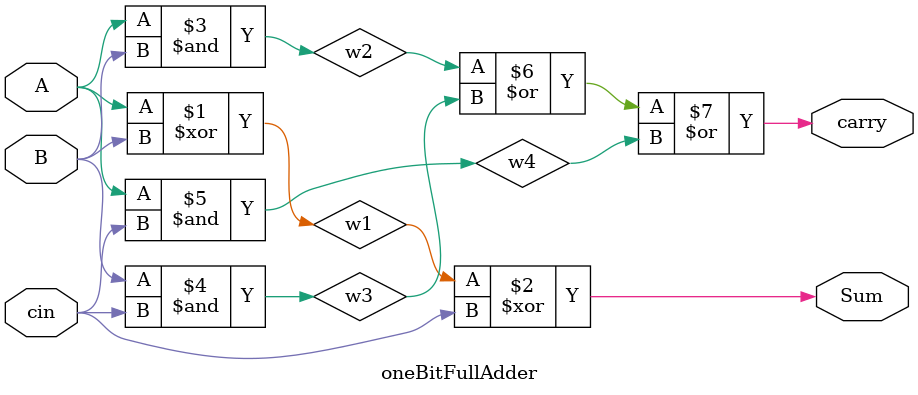
<source format=v>
`timescale 1ns / 1ps
module oneBitFullAdder(
    input A,
    input B,
    input cin,
    output Sum,
    output carry
    );
  wire w1,w2,w3,w4,Bnot;
  xor
    g1(w1, A, B),
    g2(Sum, w1, cin);
  and
    g3(w2, A, B),
    g4(w3, B, cin),
    g6(w4, A, cin);
  or g5(carry, w2, w3, w4);  
endmodule

</source>
